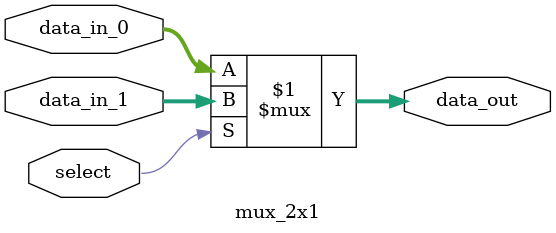
<source format=v>

module mux_16x1 (
    input wire [15:0] data_in,  // Input data lines
    input wire [3:0] select,    // Selection lines
    output reg data_out         // Output data
);

wire [7:0] mux1_out;  // Output of the first 8x1 mux
wire [7:0] mux2_out;  // Output of the second 8x1 mux

// First 8x1 multiplexer
mux_8x1 mux1 (
    .data_in(data_in[7:0]),
    .select(select[3:2]),
    .data_out(mux1_out)
);

// Second 8x1 multiplexer
mux_8x1 mux2 (
    .data_in(data_in[15:8]),
    .select(select[1:0]),
    .data_out(mux2_out)
);

// Final 2x1 multiplexer
mux_2x1 mux_final (
    .data_in_0(mux1_out),
    .data_in_1(mux2_out),
    .select(select[3]),
    .data_out(data_out)
);

endmodule

module mux_8x1 (
    input wire [7:0] data_in,   // Input data lines
    input wire [2:0] select,    // Selection lines
    output reg data_out         // Output data
);

// 8x1 MUX implementation

always @(*) begin
    case(select)
        3'b000: data_out = data_in[0];
        3'b001: data_out = data_in[1];
        3'b010: data_out = data_in[2];
        3'b011: data_out = data_in[3];
        3'b100: data_out = data_in[4];
        3'b101: data_out = data_in[5];
        3'b110: data_out = data_in[6];
        3'b111: data_out = data_in[7];
        default: data_out = 1'bx; // Handle default case
    endcase
end

endmodule

module mux_2x1 (
    input wire [7:0] data_in_0,  // Input data line 0
    input wire [7:0] data_in_1,  // Input data line 1
    input wire select,           // Selection line
    output wire [7:0] data_out   // Output data
);

// 2x1 MUX implementation
assign data_out = select ? data_in_1 : data_in_0;

endmodule

</source>
